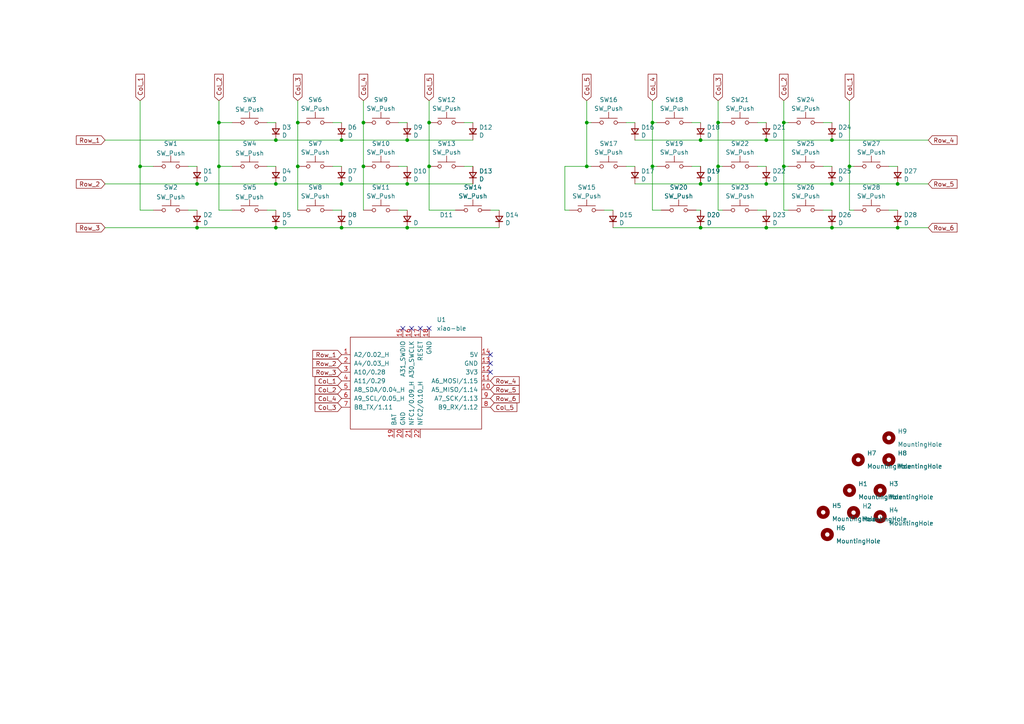
<source format=kicad_sch>
(kicad_sch (version 20231120) (generator "eeschema") (generator_version "8.0")
  (paper "A4")
  (lib_symbols
    (symbol "Device:D_Small" (pin_numbers hide) (pin_names (offset 0.254) hide)
      (property "Reference" "D" (at -1.27 2.032 0))
      (property "Value" "D_Small" (at -3.81 -2.032 0))
      (symbol "D_Small_0_1"
        (polyline (pts (xy -0.762 -1.016) (xy -0.762 1.016)) (stroke (width 0.254)))
        (polyline (pts (xy -0.762 0) (xy 0.762 0)))
        (polyline (pts (xy 0.762 -1.016) (xy -0.762 0) (xy 0.762 1.016) (xy 0.762 -1.016)) (stroke (width 0.254)))
      )
      (symbol "D_Small_1_1"
        (pin passive line (at -2.54 0 0) (length 1.778) (name "K") (number "1"))
        (pin passive line (at 2.54 0 180) (length 1.778) (name "A") (number "2"))
      )
    )
    (symbol "Mechanical:MountingHole" (pin_names (offset 1.016))
      (property "Reference" "H" (at 0 5.08 0))
      (property "Value" "MountingHole" (at 0 3.175 0))
      (symbol "MountingHole_0_1"
        (circle (center 0 0) (radius 1.27) (stroke (width 1.27)))
      )
    )
    (symbol "Switch:SW_Push" (pin_numbers hide) (pin_names (offset 1.016) hide)
      (property "Reference" "SW" (at 1.27 2.54 0))
      (property "Value" "SW_Push" (at 0 -1.524 0))
      (symbol "SW_Push_0_1"
        (circle (center -2.032 0) (radius 0.508))
        (polyline (pts (xy 0 1.27) (xy 0 3.048)))
        (polyline (pts (xy 2.54 1.27) (xy -2.54 1.27)))
        (circle (center 2.032 0) (radius 0.508))
        (pin passive line (at -5.08 0 0) (length 2.54) (name "1") (number "1"))
        (pin passive line (at 5.08 0 180) (length 2.54) (name "2") (number "2"))
      )
    )
    (symbol "mcu:xiao-ble" (pin_names (offset 1.016))
      (property "Reference" "U" (at -17.78 16.51 0))
      (property "Value" "xiao-ble" (at -15.24 13.97 0))
      (symbol "xiao-ble_0_1"
        (rectangle (start -19.05 12.7) (end 19.05 -13.97))
      )
      (symbol "xiao-ble_1_1"
        (pin bidirectional line (at -21.59 7.62 0) (length 2.54) (name "A2/0.02_H") (number "1"))
        (pin bidirectional line (at 21.59 -2.54 180) (length 2.54) (name "A5_MISO/1.14") (number "10"))
        (pin bidirectional line (at 21.59 0 180) (length 2.54) (name "A6_MOSI/1.15") (number "11"))
        (pin power_out line (at 21.59 2.54 180) (length 2.54) (name "3V3") (number "12"))
        (pin power_out line (at 21.59 5.08 180) (length 2.54) (name "GND") (number "13"))
        (pin power_out line (at 21.59 7.62 180) (length 2.54) (name "5V") (number "14"))
        (pin input line (at -3.81 15.24 270) (length 2.54) (name "A31_SWDIO") (number "15"))
        (pin input line (at -1.27 15.24 270) (length 2.54) (name "A30_SWCLK") (number "16"))
        (pin input line (at 1.27 15.24 270) (length 2.54) (name "RESET") (number "17"))
        (pin power_out line (at 3.81 15.24 270) (length 2.54) (name "GND") (number "18"))
        (pin bidirectional line (at -6.35 -16.51 90) (length 2.54) (name "BAT") (number "19"))
        (pin bidirectional line (at -21.59 5.08 0) (length 2.54) (name "A4/0.03_H") (number "2"))
        (pin power_out line (at -3.81 -16.51 90) (length 2.54) (name "GND") (number "20"))
        (pin bidirectional line (at -1.27 -16.51 90) (length 2.54) (name "NFC1/0.09_H") (number "21"))
        (pin bidirectional line (at 1.27 -16.51 90) (length 2.54) (name "NFC2/0.10_H") (number "22"))
        (pin bidirectional line (at -21.59 2.54 0) (length 2.54) (name "A10/0.28") (number "3"))
        (pin bidirectional line (at -21.59 0 0) (length 2.54) (name "A11/0.29") (number "4"))
        (pin bidirectional line (at -21.59 -2.54 0) (length 2.54) (name "A8_SDA/0.04_H") (number "5"))
        (pin bidirectional line (at -21.59 -5.08 0) (length 2.54) (name "A9_SCL/0.05_H") (number "6"))
        (pin bidirectional line (at -21.59 -7.62 0) (length 2.54) (name "B8_TX/1.11") (number "7"))
        (pin bidirectional line (at 21.59 -7.62 180) (length 2.54) (name "B9_RX/1.12") (number "8"))
        (pin bidirectional line (at 21.59 -5.08 180) (length 2.54) (name "A7_SCK/1.13") (number "9"))
      )
    )
  )
  (junction (at 227.33 35.56))
  (junction (at 105.41 48.26))
  (junction (at 246.38 48.26))
  (junction (at 222.25 53.34))
  (junction (at 260.35 66.04))
  (junction (at 260.35 53.34))
  (junction (at 80.01 53.34))
  (junction (at 57.15 66.04))
  (junction (at 189.23 35.56))
  (junction (at 86.36 48.26))
  (junction (at 118.11 40.64))
  (junction (at 170.18 35.56))
  (junction (at 203.2 53.34))
  (junction (at 203.2 66.04))
  (junction (at 189.23 48.26))
  (junction (at 241.3 40.64))
  (junction (at 63.5 48.26))
  (junction (at 99.06 53.34))
  (junction (at 124.46 35.56))
  (junction (at 241.3 53.34))
  (junction (at 208.28 35.56))
  (junction (at 203.2 40.64))
  (junction (at 124.46 48.26))
  (junction (at 99.06 40.64))
  (junction (at 241.3 66.04))
  (junction (at 118.11 66.04))
  (junction (at 57.15 53.34))
  (junction (at 222.25 40.64))
  (junction (at 86.36 35.56))
  (junction (at 80.01 66.04))
  (junction (at 105.41 35.56))
  (junction (at 222.25 66.04))
  (junction (at 227.33 48.26))
  (junction (at 170.18 48.26))
  (junction (at 118.11 53.34))
  (junction (at 63.5 35.56))
  (junction (at 80.01 40.64))
  (junction (at 99.06 66.04))
  (junction (at 208.28 48.26))
  (junction (at 40.64 48.26))
  (no_connect (at 116.84 95.25))
  (no_connect (at 142.24 102.87))
  (no_connect (at 124.46 95.25))
  (no_connect (at 142.24 105.41))
  (no_connect (at 121.92 95.25))
  (no_connect (at 119.38 95.25))
  (no_connect (at 142.24 107.95))
  (wire (pts (xy 189.23 35.56) (xy 190.5 35.56)))
  (wire (pts (xy 227.33 29.21) (xy 227.33 35.56)))
  (wire (pts (xy 203.2 40.64) (xy 222.25 40.64)))
  (wire (pts (xy 222.25 40.64) (xy 241.3 40.64)))
  (wire (pts (xy 63.5 35.56) (xy 67.31 35.56)))
  (wire (pts (xy 86.36 48.26) (xy 86.36 60.96)))
  (wire (pts (xy 241.3 40.64) (xy 269.24 40.64)))
  (wire (pts (xy 142.24 60.96) (xy 144.78 60.96)))
  (wire (pts (xy 99.06 66.04) (xy 118.11 66.04)))
  (wire (pts (xy 222.25 53.34) (xy 241.3 53.34)))
  (wire (pts (xy 238.76 35.56) (xy 241.3 35.56)))
  (wire (pts (xy 86.36 29.21) (xy 86.36 35.56)))
  (wire (pts (xy 208.28 29.21) (xy 208.28 35.56)))
  (wire (pts (xy 170.18 35.56) (xy 171.45 35.56)))
  (wire (pts (xy 208.28 48.26) (xy 209.55 48.26)))
  (wire (pts (xy 105.41 48.26) (xy 105.41 60.96)))
  (wire (pts (xy 96.52 35.56) (xy 99.06 35.56)))
  (wire (pts (xy 246.38 48.26) (xy 247.65 48.26)))
  (wire (pts (xy 63.5 60.96) (xy 67.31 60.96)))
  (wire (pts (xy 208.28 35.56) (xy 208.28 48.26)))
  (wire (pts (xy 96.52 60.96) (xy 99.06 60.96)))
  (wire (pts (xy 30.48 40.64) (xy 80.01 40.64)))
  (wire (pts (xy 54.61 60.96) (xy 57.15 60.96)))
  (wire (pts (xy 189.23 29.21) (xy 189.23 35.56)))
  (wire (pts (xy 80.01 53.34) (xy 99.06 53.34)))
  (wire (pts (xy 257.81 60.96) (xy 260.35 60.96)))
  (wire (pts (xy 99.06 53.34) (xy 118.11 53.34)))
  (wire (pts (xy 181.61 48.26) (xy 184.15 48.26)))
  (wire (pts (xy 260.35 53.34) (xy 269.24 53.34)))
  (wire (pts (xy 227.33 48.26) (xy 228.6 48.26)))
  (wire (pts (xy 115.57 60.96) (xy 118.11 60.96)))
  (wire (pts (xy 40.64 29.21) (xy 40.64 48.26)))
  (wire (pts (xy 80.01 66.04) (xy 99.06 66.04)))
  (wire (pts (xy 246.38 60.96) (xy 247.65 60.96)))
  (wire (pts (xy 118.11 53.34) (xy 137.16 53.34)))
  (wire (pts (xy 181.61 35.56) (xy 184.15 35.56)))
  (wire (pts (xy 175.26 60.96) (xy 177.8 60.96)))
  (wire (pts (xy 227.33 60.96) (xy 228.6 60.96)))
  (wire (pts (xy 200.66 35.56) (xy 203.2 35.56)))
  (wire (pts (xy 238.76 48.26) (xy 241.3 48.26)))
  (wire (pts (xy 96.52 48.26) (xy 99.06 48.26)))
  (wire (pts (xy 63.5 29.21) (xy 63.5 35.56)))
  (wire (pts (xy 203.2 66.04) (xy 222.25 66.04)))
  (wire (pts (xy 40.64 60.96) (xy 44.45 60.96)))
  (wire (pts (xy 177.8 66.04) (xy 203.2 66.04)))
  (wire (pts (xy 246.38 29.21) (xy 246.38 48.26)))
  (wire (pts (xy 77.47 35.56) (xy 80.01 35.56)))
  (wire (pts (xy 184.15 40.64) (xy 203.2 40.64)))
  (wire (pts (xy 77.47 60.96) (xy 80.01 60.96)))
  (wire (pts (xy 241.3 66.04) (xy 260.35 66.04)))
  (wire (pts (xy 77.47 48.26) (xy 80.01 48.26)))
  (wire (pts (xy 238.76 60.96) (xy 241.3 60.96)))
  (wire (pts (xy 124.46 48.26) (xy 124.46 60.96)))
  (wire (pts (xy 219.71 48.26) (xy 222.25 48.26)))
  (wire (pts (xy 134.62 48.26) (xy 137.16 48.26)))
  (wire (pts (xy 189.23 35.56) (xy 189.23 48.26)))
  (wire (pts (xy 30.48 53.34) (xy 57.15 53.34)))
  (wire (pts (xy 54.61 48.26) (xy 57.15 48.26)))
  (wire (pts (xy 63.5 35.56) (xy 63.5 48.26)))
  (wire (pts (xy 170.18 35.56) (xy 170.18 48.26)))
  (wire (pts (xy 246.38 48.26) (xy 246.38 60.96)))
  (wire (pts (xy 40.64 48.26) (xy 44.45 48.26)))
  (wire (pts (xy 208.28 35.56) (xy 209.55 35.56)))
  (wire (pts (xy 99.06 40.64) (xy 118.11 40.64)))
  (wire (pts (xy 115.57 48.26) (xy 118.11 48.26)))
  (wire (pts (xy 86.36 35.56) (xy 86.36 48.26)))
  (wire (pts (xy 222.25 66.04) (xy 241.3 66.04)))
  (wire (pts (xy 163.83 60.96) (xy 165.1 60.96)))
  (wire (pts (xy 124.46 60.96) (xy 132.08 60.96)))
  (wire (pts (xy 208.28 60.96) (xy 209.55 60.96)))
  (wire (pts (xy 134.62 35.56) (xy 137.16 35.56)))
  (wire (pts (xy 118.11 40.64) (xy 137.16 40.64)))
  (wire (pts (xy 203.2 53.34) (xy 222.25 53.34)))
  (wire (pts (xy 63.5 48.26) (xy 63.5 60.96)))
  (wire (pts (xy 63.5 48.26) (xy 67.31 48.26)))
  (wire (pts (xy 170.18 29.21) (xy 170.18 35.56)))
  (wire (pts (xy 163.83 48.26) (xy 170.18 48.26)))
  (wire (pts (xy 118.11 66.04) (xy 144.78 66.04)))
  (wire (pts (xy 189.23 48.26) (xy 189.23 60.96)))
  (wire (pts (xy 105.41 35.56) (xy 105.41 48.26)))
  (wire (pts (xy 201.93 60.96) (xy 203.2 60.96)))
  (wire (pts (xy 257.81 48.26) (xy 260.35 48.26)))
  (wire (pts (xy 57.15 53.34) (xy 80.01 53.34)))
  (wire (pts (xy 189.23 48.26) (xy 190.5 48.26)))
  (wire (pts (xy 115.57 35.56) (xy 118.11 35.56)))
  (wire (pts (xy 170.18 48.26) (xy 171.45 48.26)))
  (wire (pts (xy 30.48 66.04) (xy 57.15 66.04)))
  (wire (pts (xy 189.23 60.96) (xy 191.77 60.96)))
  (wire (pts (xy 80.01 40.64) (xy 99.06 40.64)))
  (wire (pts (xy 219.71 35.56) (xy 222.25 35.56)))
  (wire (pts (xy 241.3 53.34) (xy 260.35 53.34)))
  (wire (pts (xy 260.35 66.04) (xy 269.24 66.04)))
  (wire (pts (xy 40.64 48.26) (xy 40.64 60.96)))
  (wire (pts (xy 124.46 35.56) (xy 124.46 48.26)))
  (wire (pts (xy 105.41 29.21) (xy 105.41 35.56)))
  (wire (pts (xy 227.33 35.56) (xy 228.6 35.56)))
  (wire (pts (xy 184.15 53.34) (xy 203.2 53.34)))
  (wire (pts (xy 227.33 48.26) (xy 227.33 60.96)))
  (wire (pts (xy 208.28 48.26) (xy 208.28 60.96)))
  (wire (pts (xy 219.71 60.96) (xy 222.25 60.96)))
  (wire (pts (xy 57.15 66.04) (xy 80.01 66.04)))
  (wire (pts (xy 227.33 35.56) (xy 227.33 48.26)))
  (wire (pts (xy 163.83 48.26) (xy 163.83 60.96)))
  (wire (pts (xy 200.66 48.26) (xy 203.2 48.26)))
  (wire (pts (xy 124.46 29.21) (xy 124.46 35.56)))
  (global_label "Col_3" (shape input) (at 99.06 118.11 180) (property "Intersheetrefs" "${INTERSHEET_REFS}" (effects (hide yes))))
  (global_label "Col_3" (shape input) (at 208.28 29.21 90) (property "Intersheetrefs" "${INTERSHEET_REFS}" (effects (hide yes))))
  (global_label "Col_5" (shape input) (at 124.46 29.21 90) (property "Intersheetrefs" "${INTERSHEET_REFS}" (effects (hide yes))))
  (global_label "Col_1" (shape input) (at 246.38 29.21 90) (property "Intersheetrefs" "${INTERSHEET_REFS}" (effects (hide yes))))
  (global_label "Col_5" (shape input) (at 142.24 118.11 0) (property "Intersheetrefs" "${INTERSHEET_REFS}" (effects (hide yes))))
  (global_label "Row_3" (shape input) (at 99.06 107.95 180) (property "Intersheetrefs" "${INTERSHEET_REFS}" (effects (hide yes))))
  (global_label "Col_2" (shape input) (at 99.06 113.03 180) (property "Intersheetrefs" "${INTERSHEET_REFS}" (effects (hide yes))))
  (global_label "Row_3" (shape input) (at 30.48 66.04 180) (property "Intersheetrefs" "${INTERSHEET_REFS}" (effects (hide yes))))
  (global_label "Row_4" (shape input) (at 142.24 110.49 0) (property "Intersheetrefs" "${INTERSHEET_REFS}" (effects (hide yes))))
  (global_label "Row_5" (shape input) (at 269.24 53.34 0) (property "Intersheetrefs" "${INTERSHEET_REFS}" (effects (hide yes))))
  (global_label "Row_6" (shape input) (at 269.24 66.04 0) (property "Intersheetrefs" "${INTERSHEET_REFS}" (effects (hide yes))))
  (global_label "Col_4" (shape input) (at 99.06 115.57 180) (property "Intersheetrefs" "${INTERSHEET_REFS}" (effects (hide yes))))
  (global_label "Col_4" (shape input) (at 105.41 29.21 90) (property "Intersheetrefs" "${INTERSHEET_REFS}" (effects (hide yes))))
  (global_label "Col_1" (shape input) (at 40.64 29.21 90) (property "Intersheetrefs" "${INTERSHEET_REFS}" (effects (hide yes))))
  (global_label "Row_2" (shape input) (at 30.48 53.34 180) (property "Intersheetrefs" "${INTERSHEET_REFS}" (effects (hide yes))))
  (global_label "Row_1" (shape input) (at 30.48 40.64 180) (property "Intersheetrefs" "${INTERSHEET_REFS}" (effects (hide yes))))
  (global_label "Row_6" (shape input) (at 142.24 115.57 0) (property "Intersheetrefs" "${INTERSHEET_REFS}" (effects (hide yes))))
  (global_label "Row_5" (shape input) (at 142.24 113.03 0) (property "Intersheetrefs" "${INTERSHEET_REFS}" (effects (hide yes))))
  (global_label "Row_1" (shape input) (at 99.06 102.87 180) (property "Intersheetrefs" "${INTERSHEET_REFS}" (effects (hide yes))))
  (global_label "Col_4" (shape input) (at 189.23 29.21 90) (property "Intersheetrefs" "${INTERSHEET_REFS}" (effects (hide yes))))
  (global_label "Row_2" (shape input) (at 99.06 105.41 180) (property "Intersheetrefs" "${INTERSHEET_REFS}" (effects (hide yes))))
  (global_label "Col_1" (shape input) (at 99.06 110.49 180) (property "Intersheetrefs" "${INTERSHEET_REFS}" (effects (hide yes))))
  (global_label "Col_2" (shape input) (at 227.33 29.21 90) (property "Intersheetrefs" "${INTERSHEET_REFS}" (effects (hide yes))))
  (global_label "Col_2" (shape input) (at 63.5 29.21 90) (property "Intersheetrefs" "${INTERSHEET_REFS}" (effects (hide yes))))
  (global_label "Row_4" (shape input) (at 269.24 40.64 0) (property "Intersheetrefs" "${INTERSHEET_REFS}" (effects (hide yes))))
  (global_label "Col_5" (shape input) (at 170.18 29.21 90) (property "Intersheetrefs" "${INTERSHEET_REFS}" (effects (hide yes))))
  (global_label "Col_3" (shape input) (at 86.36 29.21 90) (property "Intersheetrefs" "${INTERSHEET_REFS}" (effects (hide yes))))
  (symbol (lib_id "Device:D_Small") (at 137.16 50.8 90) (unit 1)
    (property "Reference" "D13" (at 138.938 49.6316 90) (effects (justify right)))
    (property "Value" "D" (at 138.938 51.943 90) (effects (justify right)))
    (property "Footprint" "weteor:D_SOD-123" (effects (hide yes)))
    (property "Sim.Device" "D" (effects (hide yes)))
    (property "Sim.Pins" "1=K 2=A" (effects (hide yes)))
  )
  (symbol (lib_id "Device:D_Small") (at 260.35 63.5 90) (unit 1)
    (property "Reference" "D28" (at 262.128 62.3316 90) (effects (justify right)))
    (property "Value" "D" (at 262.128 64.643 90) (effects (justify right)))
    (property "Footprint" "weteor:D_SOD-123" (effects (hide yes)))
    (property "Sim.Device" "D" (effects (hide yes)))
    (property "Sim.Pins" "1=K 2=A" (effects (hide yes)))
  )
  (symbol (lib_id "Device:D_Small") (at 260.35 50.8 90) (unit 1)
    (property "Reference" "D27" (at 262.128 49.6316 90) (effects (justify right)))
    (property "Value" "D" (at 262.128 51.943 90) (effects (justify right)))
    (property "Footprint" "weteor:D_SOD-123" (effects (hide yes)))
    (property "Sim.Device" "D" (effects (hide yes)))
    (property "Sim.Pins" "1=K 2=A" (effects (hide yes)))
  )
  (symbol (lib_id "Mechanical:MountingHole") (at 239.9485 155.0325 0) (unit 1)
    (property "Reference" "H6" (at 242.4885 153.1274 0) (effects (justify left)))
    (property "Value" "MountingHole" (at 242.4885 156.9374 0) (effects (justify left)))
    (property "Footprint" "weteor:MountingHole_4mm" (effects (hide yes)))
  )
  (symbol (lib_id "Switch:SW_Push") (at 196.85 60.96 0) (unit 1)
    (property "Reference" "SW20" (at 196.85 54.3392 0))
    (property "Value" "SW_Push" (at 196.85 56.8761 0))
    (property "Footprint" "weteor:ChocV1_V2_Hotswap" (effects (hide yes)))
  )
  (symbol (lib_id "Device:D_Small") (at 118.11 63.5 90) (unit 1)
    (property "Reference" "D11" (at 127.508 62.3316 90) (effects (justify right)))
    (property "Value" "D" (at 119.888 64.643 90) (effects (justify right)))
    (property "Footprint" "weteor:D_SOD-123" (effects (hide yes)))
    (property "Sim.Device" "D" (effects (hide yes)))
    (property "Sim.Pins" "1=K 2=A" (effects (hide yes)))
  )
  (symbol (lib_id "Device:D_Small") (at 203.2 63.5 90) (unit 1)
    (property "Reference" "D20" (at 204.978 62.3316 90) (effects (justify right)))
    (property "Value" "D" (at 204.978 64.643 90) (effects (justify right)))
    (property "Footprint" "weteor:D_SOD-123" (effects (hide yes)))
    (property "Sim.Device" "D" (effects (hide yes)))
    (property "Sim.Pins" "1=K 2=A" (effects (hide yes)))
  )
  (symbol (lib_id "Switch:SW_Push") (at 72.39 60.96 0) (unit 1)
    (property "Reference" "SW5" (at 72.39 54.3392 0))
    (property "Value" "SW_Push" (at 72.39 57.15 0))
    (property "Footprint" "weteor:ChocV1_V2_Hotswap" (effects (hide yes)))
  )
  (symbol (lib_id "Switch:SW_Push") (at 49.53 48.26 0) (unit 1)
    (property "Reference" "SW1" (at 49.53 41.6392 0))
    (property "Value" "SW_Push" (at 49.53 44.45 0))
    (property "Footprint" "weteor:ChocV1_V2_Hotswap" (effects (hide yes)))
  )
  (symbol (lib_id "Device:D_Small") (at 80.01 50.8 90) (unit 1)
    (property "Reference" "D4" (at 81.788 49.6316 90) (effects (justify right)))
    (property "Value" "D" (at 81.788 51.943 90) (effects (justify right)))
    (property "Footprint" "weteor:D_SOD-123" (effects (hide yes)))
    (property "Sim.Device" "D" (effects (hide yes)))
    (property "Sim.Pins" "1=K 2=A" (effects (hide yes)))
  )
  (symbol (lib_id "Switch:SW_Push") (at 110.49 48.26 0) (unit 1)
    (property "Reference" "SW10" (at 110.49 41.6392 0))
    (property "Value" "SW_Push" (at 110.49 44.1761 0))
    (property "Footprint" "weteor:ChocV1_V2_Hotswap" (effects (hide yes)))
  )
  (symbol (lib_id "Mechanical:MountingHole") (at 247.5685 148.6825 0) (unit 1)
    (property "Reference" "H2" (at 250.1085 146.7774 0) (effects (justify left)))
    (property "Value" "MountingHole" (at 250.1085 150.5874 0) (effects (justify left)))
    (property "Footprint" "weteor:MountingHole_4mm" (effects (hide yes)))
  )
  (symbol (lib_id "Mechanical:MountingHole") (at 238.76 148.59 0) (unit 1)
    (property "Reference" "H5" (at 241.3 146.6849 0) (effects (justify left)))
    (property "Value" "MountingHole" (at 241.3 150.4949 0) (effects (justify left)))
    (property "Footprint" "weteor:MountingHole_4mm" (effects (hide yes)))
  )
  (symbol (lib_id "Device:D_Small") (at 241.3 38.1 90) (unit 1)
    (property "Reference" "D24" (at 243.078 36.9316 90) (effects (justify right)))
    (property "Value" "D" (at 243.078 39.243 90) (effects (justify right)))
    (property "Footprint" "weteor:D_SOD-123" (effects (hide yes)))
    (property "Sim.Device" "D" (effects (hide yes)))
    (property "Sim.Pins" "1=K 2=A" (effects (hide yes)))
  )
  (symbol (lib_id "Device:D_Small") (at 177.8 63.5 90) (unit 1)
    (property "Reference" "D15" (at 179.578 62.3316 90) (effects (justify right)))
    (property "Value" "D" (at 179.578 64.643 90) (effects (justify right)))
    (property "Footprint" "weteor:D_SOD-123" (effects (hide yes)))
    (property "Sim.Device" "D" (effects (hide yes)))
    (property "Sim.Pins" "1=K 2=A" (effects (hide yes)))
  )
  (symbol (lib_id "Device:D_Small") (at 137.16 38.1 90) (unit 1)
    (property "Reference" "D12" (at 138.938 36.9316 90) (effects (justify right)))
    (property "Value" "D" (at 138.938 39.243 90) (effects (justify right)))
    (property "Footprint" "weteor:D_SOD-123" (effects (hide yes)))
    (property "Sim.Device" "D" (effects (hide yes)))
    (property "Sim.Pins" "1=K 2=A" (effects (hide yes)))
  )
  (symbol (lib_id "Mechanical:MountingHole") (at 257.81 133.35 0) (unit 1)
    (property "Reference" "H8" (at 260.35 131.4449 0) (effects (justify left)))
    (property "Value" "MountingHole" (at 260.35 135.2549 0) (effects (justify left)))
    (property "Footprint" "weteor:MountingHole_4mm" (effects (hide yes)))
  )
  (symbol (lib_id "Switch:SW_Push") (at 214.63 35.56 0) (unit 1)
    (property "Reference" "SW21" (at 214.63 28.9392 0))
    (property "Value" "SW_Push" (at 214.63 31.4761 0))
    (property "Footprint" "weteor:ChocV1_V2_Hotswap" (effects (hide yes)))
  )
  (symbol (lib_id "Mechanical:MountingHole") (at 255.27 149.86 0) (unit 1)
    (property "Reference" "H4" (at 257.81 147.9549 0) (effects (justify left)))
    (property "Value" "MountingHole" (at 257.81 151.7649 0) (effects (justify left)))
    (property "Footprint" "weteor:MountingHole_4mm" (effects (hide yes)))
  )
  (symbol (lib_id "Device:D_Small") (at 57.15 63.5 90) (unit 1)
    (property "Reference" "D2" (at 58.928 62.3316 90) (effects (justify right)))
    (property "Value" "D" (at 58.928 64.643 90) (effects (justify right)))
    (property "Footprint" "weteor:D_SOD-123" (effects (hide yes)))
    (property "Sim.Device" "D" (effects (hide yes)))
    (property "Sim.Pins" "1=K 2=A" (effects (hide yes)))
  )
  (symbol (lib_id "Mechanical:MountingHole") (at 246.38 142.24 0) (unit 1)
    (property "Reference" "H1" (at 248.92 140.3349 0) (effects (justify left)))
    (property "Value" "MountingHole" (at 248.92 144.1449 0) (effects (justify left)))
    (property "Footprint" "weteor:MountingHole_4mm" (effects (hide yes)))
  )
  (symbol (lib_id "Mechanical:MountingHole") (at 248.92 133.35 0) (unit 1)
    (property "Reference" "H7" (at 251.46 131.4449 0) (effects (justify left)))
    (property "Value" "MountingHole" (at 251.46 135.2549 0) (effects (justify left)))
    (property "Footprint" "weteor:MountingHole_4mm" (effects (hide yes)))
  )
  (symbol (lib_id "Device:D_Small") (at 57.15 50.8 90) (unit 1)
    (property "Reference" "D1" (at 58.928 49.6316 90) (effects (justify right)))
    (property "Value" "D" (at 58.928 51.943 90) (effects (justify right)))
    (property "Footprint" "weteor:D_SOD-123" (effects (hide yes)))
    (property "Sim.Device" "D" (effects (hide yes)))
    (property "Sim.Pins" "1=K 2=A" (effects (hide yes)))
  )
  (symbol (lib_id "Device:D_Small") (at 241.3 50.8 90) (unit 1)
    (property "Reference" "D25" (at 243.078 49.6316 90) (effects (justify right)))
    (property "Value" "D" (at 243.078 51.943 90) (effects (justify right)))
    (property "Footprint" "weteor:D_SOD-123" (effects (hide yes)))
    (property "Sim.Device" "D" (effects (hide yes)))
    (property "Sim.Pins" "1=K 2=A" (effects (hide yes)))
  )
  (symbol (lib_id "Device:D_Small") (at 99.06 63.5 90) (unit 1)
    (property "Reference" "D8" (at 100.838 62.3316 90) (effects (justify right)))
    (property "Value" "D" (at 100.838 64.643 90) (effects (justify right)))
    (property "Footprint" "weteor:D_SOD-123" (effects (hide yes)))
    (property "Sim.Device" "D" (effects (hide yes)))
    (property "Sim.Pins" "1=K 2=A" (effects (hide yes)))
  )
  (symbol (lib_id "Switch:SW_Push") (at 233.68 60.96 0) (unit 1)
    (property "Reference" "SW26" (at 233.68 54.3392 0))
    (property "Value" "SW_Push" (at 233.68 56.8761 0))
    (property "Footprint" "weteor:ChocV1_V2_Hotswap" (effects (hide yes)))
  )
  (symbol (lib_id "Switch:SW_Push") (at 233.68 48.26 0) (unit 1)
    (property "Reference" "SW25" (at 233.68 41.6392 0))
    (property "Value" "SW_Push" (at 233.68 44.1761 0))
    (property "Footprint" "weteor:ChocV1_V2_Hotswap" (effects (hide yes)))
  )
  (symbol (lib_id "Device:D_Small") (at 203.2 38.1 90) (unit 1)
    (property "Reference" "D18" (at 204.978 36.9316 90) (effects (justify right)))
    (property "Value" "D" (at 204.978 39.243 90) (effects (justify right)))
    (property "Footprint" "weteor:D_SOD-123" (effects (hide yes)))
    (property "Sim.Device" "D" (effects (hide yes)))
    (property "Sim.Pins" "1=K 2=A" (effects (hide yes)))
  )
  (symbol (lib_id "Switch:SW_Push") (at 252.73 48.26 0) (unit 1)
    (property "Reference" "SW27" (at 252.73 41.6392 0))
    (property "Value" "SW_Push" (at 252.73 44.1761 0))
    (property "Footprint" "weteor:ChocV1_V2_Hotswap" (effects (hide yes)))
  )
  (symbol (lib_id "Switch:SW_Push") (at 233.68 35.56 0) (unit 1)
    (property "Reference" "SW24" (at 233.68 28.9392 0))
    (property "Value" "SW_Push" (at 233.68 31.4761 0))
    (property "Footprint" "weteor:ChocV1_V2_Hotswap" (effects (hide yes)))
  )
  (symbol (lib_id "Device:D_Small") (at 222.25 63.5 90) (unit 1)
    (property "Reference" "D23" (at 224.028 62.3316 90) (effects (justify right)))
    (property "Value" "D" (at 224.028 64.643 90) (effects (justify right)))
    (property "Footprint" "weteor:D_SOD-123" (effects (hide yes)))
    (property "Sim.Device" "D" (effects (hide yes)))
    (property "Sim.Pins" "1=K 2=A" (effects (hide yes)))
  )
  (symbol (lib_id "Device:D_Small") (at 80.01 63.5 90) (unit 1)
    (property "Reference" "D5" (at 81.788 62.3316 90) (effects (justify right)))
    (property "Value" "D" (at 81.788 64.643 90) (effects (justify right)))
    (property "Footprint" "weteor:D_SOD-123" (effects (hide yes)))
    (property "Sim.Device" "D" (effects (hide yes)))
    (property "Sim.Pins" "1=K 2=A" (effects (hide yes)))
  )
  (symbol (lib_id "Device:D_Small") (at 118.11 50.8 90) (unit 1)
    (property "Reference" "D10" (at 119.888 49.6316 90) (effects (justify right)))
    (property "Value" "D" (at 119.888 51.943 90) (effects (justify right)))
    (property "Footprint" "weteor:D_SOD-123" (effects (hide yes)))
    (property "Sim.Device" "D" (effects (hide yes)))
    (property "Sim.Pins" "1=K 2=A" (effects (hide yes)))
  )
  (symbol (lib_id "Mechanical:MountingHole") (at 257.81 127 0) (unit 1)
    (property "Reference" "H9" (at 260.35 125.0949 0) (effects (justify left)))
    (property "Value" "MountingHole" (at 260.35 128.9049 0) (effects (justify left)))
    (property "Footprint" "weteor:MountingHole_4mm" (effects (hide yes)))
  )
  (symbol (lib_id "Device:D_Small") (at 144.78 63.5 90) (unit 1)
    (property "Reference" "D14" (at 146.558 62.3316 90) (effects (justify right)))
    (property "Value" "D" (at 146.558 64.643 90) (effects (justify right)))
    (property "Footprint" "weteor:D_SOD-123" (effects (hide yes)))
    (property "Sim.Device" "D" (effects (hide yes)))
    (property "Sim.Pins" "1=K 2=A" (effects (hide yes)))
  )
  (symbol (lib_id "Switch:SW_Push") (at 110.49 35.56 0) (unit 1)
    (property "Reference" "SW9" (at 110.49 28.9392 0))
    (property "Value" "SW_Push" (at 110.49 31.4761 0))
    (property "Footprint" "weteor:ChocV1_V2_Hotswap" (effects (hide yes)))
  )
  (symbol (lib_id "Switch:SW_Push") (at 214.63 60.96 0) (unit 1)
    (property "Reference" "SW23" (at 214.63 54.3392 0))
    (property "Value" "SW_Push" (at 214.63 56.8761 0))
    (property "Footprint" "weteor:ChocV1_V2_Hotswap" (effects (hide yes)))
  )
  (symbol (lib_id "Device:D_Small") (at 80.01 38.1 90) (unit 1)
    (property "Reference" "D3" (at 81.788 36.9316 90) (effects (justify right)))
    (property "Value" "D" (at 81.788 39.243 90) (effects (justify right)))
    (property "Footprint" "weteor:D_SOD-123" (effects (hide yes)))
    (property "Sim.Device" "D" (effects (hide yes)))
    (property "Sim.Pins" "1=K 2=A" (effects (hide yes)))
  )
  (symbol (lib_id "Switch:SW_Push") (at 170.18 60.96 0) (unit 1)
    (property "Reference" "SW15" (at 170.18 54.3392 0))
    (property "Value" "SW_Push" (at 170.18 56.8761 0))
    (property "Footprint" "weteor:ChocV1_V2_Hotswap_1.5u" (effects (hide yes)))
  )
  (symbol (lib_id "Switch:SW_Push") (at 137.16 60.96 0) (unit 1)
    (property "Reference" "SW14" (at 137.16 54.3392 0))
    (property "Value" "SW_Push" (at 137.16 56.8761 0))
    (property "Footprint" "weteor:ChocV1_V2_Hotswap_1.5u" (effects (hide yes)))
  )
  (symbol (lib_id "mcu:xiao-ble") (at 120.65 110.49 0) (unit 1)
    (property "Reference" "U1" (at 126.6541 92.71 0) (effects (justify left)))
    (property "Value" "xiao-ble" (at 126.6541 95.25 0) (effects (justify left)))
    (property "Footprint" "weteor:xiao-ble-smd_upside_down_npads" (effects (hide yes)))
  )
  (symbol (lib_id "Switch:SW_Push") (at 195.58 48.26 0) (unit 1)
    (property "Reference" "SW19" (at 195.58 41.6392 0))
    (property "Value" "SW_Push" (at 195.58 44.1761 0))
    (property "Footprint" "weteor:ChocV1_V2_Hotswap" (effects (hide yes)))
  )
  (symbol (lib_id "Switch:SW_Push") (at 129.54 48.26 0) (unit 1)
    (property "Reference" "SW13" (at 129.54 41.6392 0))
    (property "Value" "SW_Push" (at 129.54 44.1761 0))
    (property "Footprint" "weteor:ChocV1_V2_Hotswap" (effects (hide yes)))
  )
  (symbol (lib_id "Switch:SW_Push") (at 195.58 35.56 0) (unit 1)
    (property "Reference" "SW18" (at 195.58 28.9392 0))
    (property "Value" "SW_Push" (at 195.58 31.4761 0))
    (property "Footprint" "weteor:ChocV1_V2_Hotswap" (effects (hide yes)))
  )
  (symbol (lib_id "Switch:SW_Push") (at 110.49 60.96 0) (unit 1)
    (property "Reference" "SW11" (at 110.49 54.3392 0))
    (property "Value" "SW_Push" (at 110.49 56.8761 0))
    (property "Footprint" "weteor:ChocV1_V2_Hotswap" (effects (hide yes)))
  )
  (symbol (lib_id "Switch:SW_Push") (at 176.53 35.56 0) (unit 1)
    (property "Reference" "SW16" (at 176.53 28.9392 0))
    (property "Value" "SW_Push" (at 176.53 31.4761 0))
    (property "Footprint" "weteor:ChocV1_V2_Hotswap" (effects (hide yes)))
  )
  (symbol (lib_id "Mechanical:MountingHole") (at 255.27 142.24 0) (unit 1)
    (property "Reference" "H3" (at 257.81 140.3349 0) (effects (justify left)))
    (property "Value" "MountingHole" (at 257.81 144.1449 0) (effects (justify left)))
    (property "Footprint" "weteor:MountingHole_4mm" (effects (hide yes)))
  )
  (symbol (lib_id "Switch:SW_Push") (at 252.73 60.96 0) (unit 1)
    (property "Reference" "SW28" (at 252.73 54.3392 0))
    (property "Value" "SW_Push" (at 252.73 56.8761 0))
    (property "Footprint" "weteor:ChocV1_V2_Hotswap" (effects (hide yes)))
  )
  (symbol (lib_id "Switch:SW_Push") (at 176.53 48.26 0) (unit 1)
    (property "Reference" "SW17" (at 176.53 41.6392 0))
    (property "Value" "SW_Push" (at 176.53 44.1761 0))
    (property "Footprint" "weteor:ChocV1_V2_Hotswap" (effects (hide yes)))
  )
  (symbol (lib_id "Switch:SW_Push") (at 91.44 60.96 0) (unit 1)
    (property "Reference" "SW8" (at 91.44 54.3392 0))
    (property "Value" "SW_Push" (at 91.44 56.8761 0))
    (property "Footprint" "weteor:ChocV1_V2_Hotswap" (effects (hide yes)))
  )
  (symbol (lib_id "Device:D_Small") (at 99.06 50.8 90) (unit 1)
    (property "Reference" "D7" (at 100.838 49.6316 90) (effects (justify right)))
    (property "Value" "D" (at 100.838 51.943 90) (effects (justify right)))
    (property "Footprint" "weteor:D_SOD-123" (effects (hide yes)))
    (property "Sim.Device" "D" (effects (hide yes)))
    (property "Sim.Pins" "1=K 2=A" (effects (hide yes)))
  )
  (symbol (lib_id "Device:D_Small") (at 222.25 38.1 90) (unit 1)
    (property "Reference" "D21" (at 224.028 36.9316 90) (effects (justify right)))
    (property "Value" "D" (at 224.028 39.243 90) (effects (justify right)))
    (property "Footprint" "weteor:D_SOD-123" (effects (hide yes)))
    (property "Sim.Device" "D" (effects (hide yes)))
    (property "Sim.Pins" "1=K 2=A" (effects (hide yes)))
  )
  (symbol (lib_id "Switch:SW_Push") (at 91.44 48.26 0) (unit 1)
    (property "Reference" "SW7" (at 91.44 41.6392 0))
    (property "Value" "SW_Push" (at 91.44 44.1761 0))
    (property "Footprint" "weteor:ChocV1_V2_Hotswap" (effects (hide yes)))
  )
  (symbol (lib_id "Device:D_Small") (at 184.15 38.1 90) (unit 1)
    (property "Reference" "D16" (at 185.928 36.9316 90) (effects (justify right)))
    (property "Value" "D" (at 185.928 39.243 90) (effects (justify right)))
    (property "Footprint" "weteor:D_SOD-123" (effects (hide yes)))
    (property "Sim.Device" "D" (effects (hide yes)))
    (property "Sim.Pins" "1=K 2=A" (effects (hide yes)))
  )
  (symbol (lib_id "Device:D_Small") (at 184.15 50.8 90) (unit 1)
    (property "Reference" "D17" (at 185.928 49.6316 90) (effects (justify right)))
    (property "Value" "D" (at 185.928 51.943 90) (effects (justify right)))
    (property "Footprint" "weteor:D_SOD-123" (effects (hide yes)))
    (property "Sim.Device" "D" (effects (hide yes)))
    (property "Sim.Pins" "1=K 2=A" (effects (hide yes)))
  )
  (symbol (lib_id "Device:D_Small") (at 99.06 38.1 90) (unit 1)
    (property "Reference" "D6" (at 100.838 36.9316 90) (effects (justify right)))
    (property "Value" "D" (at 100.838 39.243 90) (effects (justify right)))
    (property "Footprint" "weteor:D_SOD-123" (effects (hide yes)))
    (property "Sim.Device" "D" (effects (hide yes)))
    (property "Sim.Pins" "1=K 2=A" (effects (hide yes)))
  )
  (symbol (lib_id "Switch:SW_Push") (at 72.39 48.26 0) (unit 1)
    (property "Reference" "SW4" (at 72.39 41.6392 0))
    (property "Value" "SW_Push" (at 72.39 44.45 0))
    (property "Footprint" "weteor:ChocV1_V2_Hotswap" (effects (hide yes)))
  )
  (symbol (lib_id "Device:D_Small") (at 222.25 50.8 90) (unit 1)
    (property "Reference" "D22" (at 224.028 49.6316 90) (effects (justify right)))
    (property "Value" "D" (at 224.028 51.943 90) (effects (justify right)))
    (property "Footprint" "weteor:D_SOD-123" (effects (hide yes)))
    (property "Sim.Device" "D" (effects (hide yes)))
    (property "Sim.Pins" "1=K 2=A" (effects (hide yes)))
  )
  (symbol (lib_id "Switch:SW_Push") (at 72.39 35.56 0) (unit 1)
    (property "Reference" "SW3" (at 72.39 28.9392 0))
    (property "Value" "SW_Push" (at 72.39 31.75 0))
    (property "Footprint" "weteor:ChocV1_V2_Hotswap" (effects (hide yes)))
  )
  (symbol (lib_id "Switch:SW_Push") (at 129.54 35.56 0) (unit 1)
    (property "Reference" "SW12" (at 129.54 28.9392 0))
    (property "Value" "SW_Push" (at 129.54 31.4761 0))
    (property "Footprint" "weteor:ChocV1_V2_Hotswap" (effects (hide yes)))
  )
  (symbol (lib_id "Switch:SW_Push") (at 91.44 35.56 0) (unit 1)
    (property "Reference" "SW6" (at 91.44 28.9392 0))
    (property "Value" "SW_Push" (at 91.44 31.4761 0))
    (property "Footprint" "weteor:ChocV1_V2_Hotswap" (effects (hide yes)))
  )
  (symbol (lib_id "Device:D_Small") (at 241.3 63.5 90) (unit 1)
    (property "Reference" "D26" (at 243.078 62.3316 90) (effects (justify right)))
    (property "Value" "D" (at 243.078 64.643 90) (effects (justify right)))
    (property "Footprint" "weteor:D_SOD-123" (effects (hide yes)))
    (property "Sim.Device" "D" (effects (hide yes)))
    (property "Sim.Pins" "1=K 2=A" (effects (hide yes)))
  )
  (symbol (lib_id "Switch:SW_Push") (at 214.63 48.26 0) (unit 1)
    (property "Reference" "SW22" (at 214.63 41.6392 0))
    (property "Value" "SW_Push" (at 214.63 44.1761 0))
    (property "Footprint" "weteor:ChocV1_V2_Hotswap" (effects (hide yes)))
  )
  (symbol (lib_id "Switch:SW_Push") (at 49.53 60.96 0) (unit 1)
    (property "Reference" "SW2" (at 49.53 54.3392 0))
    (property "Value" "SW_Push" (at 49.53 57.15 0))
    (property "Footprint" "weteor:ChocV1_V2_Hotswap" (effects (hide yes)))
  )
  (symbol (lib_id "Device:D_Small") (at 203.2 50.8 90) (unit 1)
    (property "Reference" "D19" (at 204.978 49.6316 90) (effects (justify right)))
    (property "Value" "D" (at 204.978 51.943 90) (effects (justify right)))
    (property "Footprint" "weteor:D_SOD-123" (effects (hide yes)))
    (property "Sim.Device" "D" (effects (hide yes)))
    (property "Sim.Pins" "1=K 2=A" (effects (hide yes)))
  )
  (symbol (lib_id "Device:D_Small") (at 118.11 38.1 90) (unit 1)
    (property "Reference" "D9" (at 119.888 36.9316 90) (effects (justify right)))
    (property "Value" "D" (at 119.888 39.243 90) (effects (justify right)))
    (property "Footprint" "weteor:D_SOD-123" (effects (hide yes)))
    (property "Sim.Device" "D" (effects (hide yes)))
    (property "Sim.Pins" "1=K 2=A" (effects (hide yes)))
  )
)
</source>
